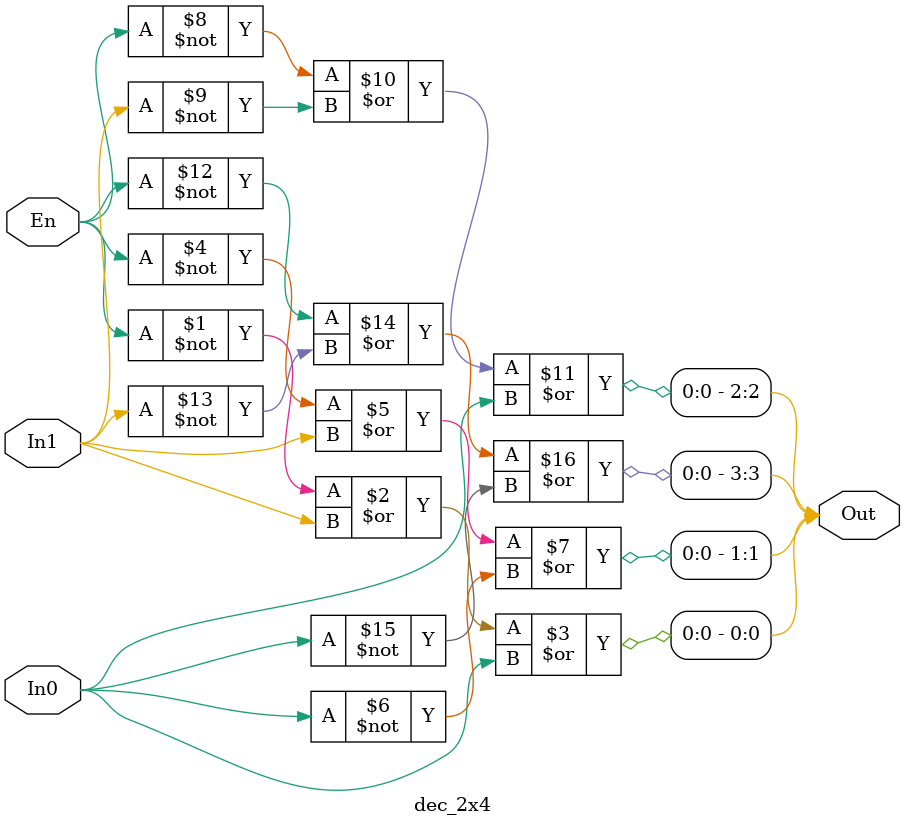
<source format=v>
module dec_2x4(
input En,
input In0,In1,
output [3:0]Out
);
assign Out[0] = ~En | In1 | In0;
assign Out[1] = ~En | In1 | ~In0;
assign Out[2] = ~En | ~In1 | In0;
assign Out[3] = ~En | ~In1 | ~In0;
endmodule
</source>
